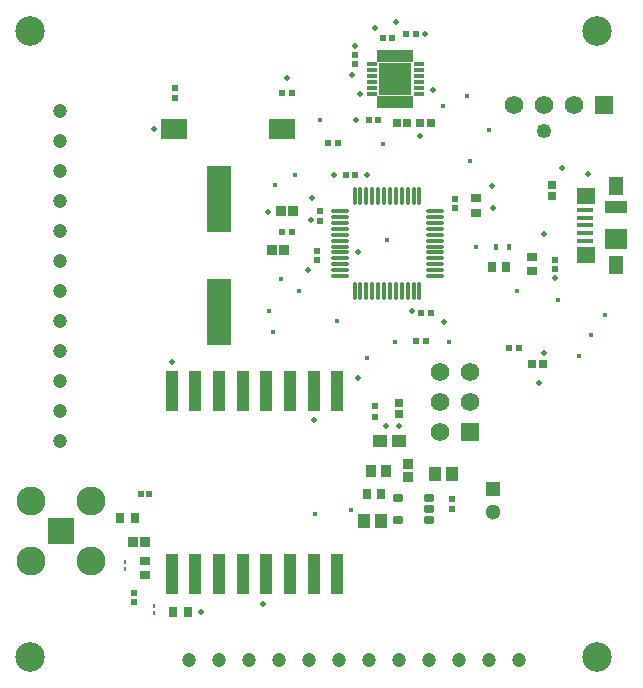
<source format=gts>
%FSTAX23Y23*%
%MOIN*%
%SFA1B1*%

%IPPOS*%
%AMD69*
4,1,8,0.017700,-0.008900,0.017700,0.008900,0.013800,0.012800,-0.013800,0.012800,-0.017700,0.008900,-0.017700,-0.008900,-0.013800,-0.012800,0.013800,-0.012800,0.017700,-0.008900,0.0*
1,1,0.007835,0.013800,-0.008900*
1,1,0.007835,0.013800,0.008900*
1,1,0.007835,-0.013800,0.008900*
1,1,0.007835,-0.013800,-0.008900*
%
%ADD19R,0.039370X0.137795*%
%ADD20R,0.020472X0.020472*%
%ADD26R,0.020472X0.020472*%
%ADD27R,0.022539X0.024224*%
%ADD28R,0.082677X0.220472*%
%ADD29R,0.054331X0.017716*%
%ADD30R,0.061024X0.056102*%
%ADD31R,0.074803X0.039370*%
%ADD32R,0.074803X0.070866*%
%ADD33R,0.051181X0.064960*%
%ADD34R,0.035433X0.029527*%
%ADD35R,0.023622X0.018504*%
%ADD36R,0.029527X0.035433*%
%ADD37R,0.021654X0.021654*%
%ADD38R,0.019685X0.023622*%
%ADD44R,0.018433X0.018602*%
%ADD45R,0.014665X0.022539*%
%ADD47R,0.009843X0.011811*%
%ADD48R,0.018602X0.020287*%
%ADD49R,0.039610X0.051504*%
%ADD50R,0.018504X0.023622*%
%ADD53R,0.031972X0.033783*%
%ADD54R,0.023622X0.019685*%
%ADD56R,0.047575X0.039846*%
%ADD58R,0.035433X0.017716*%
%ADD59R,0.021779X0.041464*%
%ADD60R,0.110236X0.106299*%
%ADD61O,0.064960X0.013780*%
%ADD62O,0.013780X0.064960*%
%ADD63R,0.025591X0.025591*%
%ADD64R,0.027559X0.025591*%
%ADD65R,0.033071X0.035433*%
%ADD66R,0.090551X0.066929*%
%ADD67R,0.089764X0.066929*%
%ADD68R,0.029527X0.031496*%
G04~CAMADD=69~8~0.0~0.0~255.9~354.3~39.2~0.0~15~0.0~0.0~0.0~0.0~0~0.0~0.0~0.0~0.0~0~0.0~0.0~0.0~270.0~354.0~256.0*
%ADD69D69*%
%ADD70R,0.035433X0.041339*%
%ADD71R,0.025591X0.025591*%
%ADD72R,0.043307X0.047244*%
%ADD73C,0.098425*%
%ADD74R,0.051181X0.051181*%
%ADD75C,0.051181*%
%ADD76C,0.047244*%
%ADD77C,0.061811*%
%ADD78R,0.061811X0.061811*%
%ADD79R,0.061811X0.061811*%
%ADD80C,0.049212*%
%ADD81R,0.090551X0.090551*%
%ADD82C,0.096457*%
%ADD83C,0.015748*%
%ADD84C,0.018937*%
%ADD85C,0.011811*%
%LNunrelo_end_node_pcb-1*%
%LPD*%
G54D19*
X00049Y-00157D03*
X-00029D03*
X-00108D03*
X-00187D03*
X-00265D03*
X-00344D03*
X-00423D03*
X-00501D03*
Y-00767D03*
X-00423D03*
X-00344D03*
X-00265D03*
X-00187D03*
X-00108D03*
X-00029D03*
X00049D03*
G54D20*
X0033Y00102D03*
X00362D03*
X00078Y00562D03*
X0011D03*
X00279Y01033D03*
X00311D03*
X00202Y01021D03*
X00234D03*
X00155Y00748D03*
X00187D03*
G54D26*
X00108Y00933D03*
Y00964D03*
X-00019Y00311D03*
Y00279D03*
X-00009Y00411D03*
Y00442D03*
X-00492Y0082D03*
Y00852D03*
X00442Y00452D03*
Y00484D03*
G54D27*
X00433Y-00551D03*
Y-00517D03*
G54D28*
X-00344Y00482D03*
Y00108D03*
G54D29*
X00875Y00446D03*
Y00421D03*
Y00395D03*
Y0037D03*
Y00344D03*
G54D30*
X00879Y00493D03*
Y00297D03*
G54D31*
X0098Y00456D03*
G54D32*
X0098Y0035D03*
G54D33*
X0098Y00528D03*
Y00262D03*
G54D34*
X00698Y00242D03*
Y00289D03*
X00511Y00438D03*
Y00486D03*
X-0059Y-00771D03*
Y-00724D03*
G54D35*
X00777Y0028D03*
Y00251D03*
G54D36*
X00149Y-00501D03*
X00196D03*
X-00496Y-00895D03*
X-00448D03*
X-00673Y-0058D03*
X-00625D03*
X00614Y00255D03*
X00566D03*
G54D37*
X-00133Y00836D03*
X-00102D03*
X-00133Y00374D03*
X-00102D03*
G54D38*
X00621Y-00014D03*
X00656D03*
G54D44*
X00019Y00669D03*
X00051D03*
X00346Y00009D03*
X00314D03*
G54D45*
X00578Y00324D03*
X00622D03*
G54D47*
X-00659Y-00727D03*
Y-00749D03*
X-00561Y-00875D03*
Y-00896D03*
G54D48*
X-00629Y-00831D03*
Y-00861D03*
G54D49*
X00138Y-0059D03*
X00195D03*
G54D50*
X-00604Y-00501D03*
X-00576D03*
G54D53*
X00285Y-004D03*
Y-00445D03*
G54D54*
X00177Y-00206D03*
Y-00242D03*
G54D56*
X00257Y-00324D03*
X00194D03*
G54D58*
X00322Y00834D03*
Y00854D03*
Y00874D03*
Y00893D03*
Y00913D03*
Y00933D03*
X00165Y00834D03*
Y00854D03*
Y00874D03*
Y00893D03*
Y00913D03*
Y00933D03*
G54D59*
X00293Y00961D03*
X00273D03*
X00253D03*
X00234D03*
X00214D03*
X00194D03*
X00293Y00806D03*
X00273D03*
X00253D03*
X00234D03*
X00214D03*
X00194D03*
G54D60*
X00244Y00883D03*
G54D61*
X00058Y00442D03*
Y00423D03*
Y00403D03*
Y00383D03*
Y00364D03*
Y00344D03*
Y00324D03*
Y00305D03*
Y00285D03*
Y00265D03*
Y00246D03*
Y00226D03*
X00375D03*
Y00246D03*
Y00265D03*
Y00285D03*
Y00305D03*
Y00324D03*
Y00344D03*
Y00364D03*
Y00383D03*
Y00403D03*
Y00423D03*
Y00442D03*
G54D62*
X00108Y00176D03*
X00127D03*
X00147D03*
X00167D03*
X00187D03*
X00206D03*
X00226D03*
X00246D03*
X00265D03*
X00285D03*
X00305D03*
X00324D03*
Y00493D03*
X00305D03*
X00285D03*
X00265D03*
X00246D03*
X00226D03*
X00206D03*
X00187D03*
X00167D03*
X00147D03*
X00127D03*
X00108D03*
G54D63*
X007Y-00068D03*
X00736D03*
G54D64*
X00361Y00738D03*
X00327D03*
X00249D03*
X00282D03*
G54D65*
X-00098Y00442D03*
X-00138D03*
X-0063Y-00659D03*
X-0059D03*
X-00127Y00314D03*
X-00167D03*
G54D66*
X-00134Y00718D03*
G54D67*
X-00495Y00718D03*
G54D68*
X00767Y0053D03*
Y00493D03*
G54D69*
X00355Y-00588D03*
Y-00551D03*
Y-00513D03*
X00254D03*
Y-00588D03*
G54D70*
X00162Y-00423D03*
X00211D03*
G54D71*
X00255Y-00198D03*
Y-00234D03*
G54D72*
X00433Y-00433D03*
X00377D03*
G54D73*
X00915Y01043D03*
Y-01043D03*
X-00974D03*
Y01043D03*
G54D74*
X00568Y-00482D03*
G54D75*
X00568Y-00561D03*
G54D76*
X00355Y-01053D03*
X00055D03*
X-00144D03*
X-00344D03*
X-00444D03*
X-00244D03*
X-00044D03*
X00155D03*
X00255D03*
X00455D03*
X00555D03*
X00655D03*
X-00875Y-00023D03*
Y00276D03*
Y00476D03*
Y00676D03*
Y00776D03*
Y00576D03*
Y00376D03*
Y00176D03*
Y00076D03*
Y-00123D03*
Y-00223D03*
Y-00323D03*
G54D77*
X00393Y-00095D03*
Y-00195D03*
Y-00295D03*
X00493Y-00095D03*
Y-00195D03*
X00838Y00795D03*
X00738D03*
X00638D03*
G54D78*
X00493Y-00295D03*
G54D79*
X00938Y00795D03*
G54D80*
X00738Y0071D03*
G54D81*
X-0087Y-00625D03*
G54D82*
X-0077Y-00725D03*
X-0097D03*
X-0077Y-00525D03*
X-0097D03*
G54D83*
X00095Y-00555D03*
X00204Y00665D03*
X00244Y00007D03*
X00216Y00346D03*
X-00177Y0011D03*
X-00165Y00039D03*
X00484Y00826D03*
X00555Y00712D03*
X00421Y00007D03*
X00149Y-00047D03*
X-00023Y-00566D03*
X00403Y00794D03*
X-0009Y00562D03*
X-00157Y00531D03*
X00856Y-00039D03*
X00944Y00098D03*
X-00078Y00177D03*
X-00137Y00216D03*
X00049Y00078D03*
X-00009Y00748D03*
X00787Y00147D03*
X00649Y00177D03*
X00895Y00029D03*
X00492Y0061D03*
X00511Y00323D03*
G54D84*
X00108Y00994D03*
X00149Y00562D03*
X00326Y00692D03*
X00098Y00897D03*
X-00181Y0044D03*
X00039Y00562D03*
X00405Y00074D03*
X00299Y0011D03*
X0037Y00846D03*
X00125Y00834D03*
X-00035Y00488D03*
X00566Y00527D03*
X0057Y00452D03*
X-00118Y00885D03*
X00344Y01033D03*
X00177Y01053D03*
X00114Y00748D03*
X00885Y00566D03*
X00775Y0022D03*
X00799Y00586D03*
X0074Y00366D03*
X00118Y-00114D03*
X00724Y-00129D03*
X00738Y-00029D03*
X-00029Y-00253D03*
X-00501Y-00059D03*
X00213Y-00275D03*
X-00196Y-00866D03*
X00255Y-00275D03*
X-00403Y-00895D03*
X00246Y01072D03*
X-00039Y00413D03*
X-00561Y00718D03*
X00118Y00305D03*
X-00049Y00246D03*
G54D85*
X00265Y00905D03*
X00222D03*
Y00862D03*
X00265D03*
M02*
</source>
